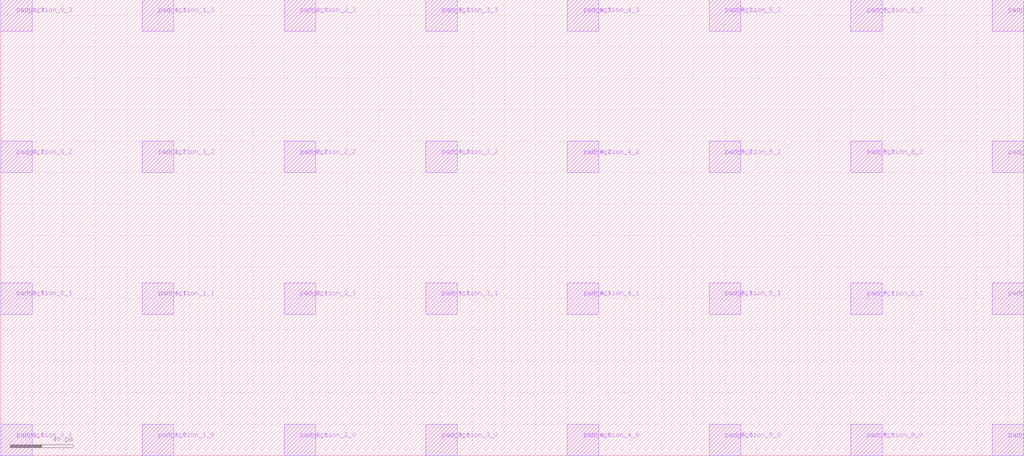
<source format=lef>
MACRO interconnect_8x4
  CLASS PAD ;
  SIZE 650 BY 290 ;
  ORIGIN 0 0 ;
  PIN connection_0_0
    DIRECTION INOUT ;
    USE SIGNAL ;
    PORT
      LAYER met9 ;
        RECT 0 0 20 20 ;
    END
  END connection_0_0
  PIN pad_0_0
    DIRECTION INOUT ;
    USE SIGNAL ;
    PORT
      LAYER met9 ;
        RECT 0 0 20 20 ;
    END
  END pad_0_0
  PIN connection_0_1
    DIRECTION INOUT ;
    USE SIGNAL ;
    PORT
      LAYER met9 ;
        RECT 0 90 20 110 ;
    END
  END connection_0_1
  PIN pad_0_1
    DIRECTION INOUT ;
    USE SIGNAL ;
    PORT
      LAYER met9 ;
        RECT 0 90 20 110 ;
    END
  END pad_0_1
  PIN connection_0_2
    DIRECTION INOUT ;
    USE SIGNAL ;
    PORT
      LAYER met9 ;
        RECT 0 180 20 200 ;
    END
  END connection_0_2
  PIN pad_0_2
    DIRECTION INOUT ;
    USE SIGNAL ;
    PORT
      LAYER met9 ;
        RECT 0 180 20 200 ;
    END
  END pad_0_2
  PIN connection_0_3
    DIRECTION INOUT ;
    USE SIGNAL ;
    PORT
      LAYER met9 ;
        RECT 0 270 20 290 ;
    END
  END connection_0_3
  PIN pad_0_3
    DIRECTION INOUT ;
    USE SIGNAL ;
    PORT
      LAYER met9 ;
        RECT 0 270 20 290 ;
    END
  END pad_0_3
  PIN connection_1_0
    DIRECTION INOUT ;
    USE SIGNAL ;
    PORT
      LAYER met9 ;
        RECT 90 0 110 20 ;
    END
  END connection_1_0
  PIN pad_1_0
    DIRECTION INOUT ;
    USE SIGNAL ;
    PORT
      LAYER met9 ;
        RECT 90 0 110 20 ;
    END
  END pad_1_0
  PIN connection_1_1
    DIRECTION INOUT ;
    USE SIGNAL ;
    PORT
      LAYER met9 ;
        RECT 90 90 110 110 ;
    END
  END connection_1_1
  PIN pad_1_1
    DIRECTION INOUT ;
    USE SIGNAL ;
    PORT
      LAYER met9 ;
        RECT 90 90 110 110 ;
    END
  END pad_1_1
  PIN connection_1_2
    DIRECTION INOUT ;
    USE SIGNAL ;
    PORT
      LAYER met9 ;
        RECT 90 180 110 200 ;
    END
  END connection_1_2
  PIN pad_1_2
    DIRECTION INOUT ;
    USE SIGNAL ;
    PORT
      LAYER met9 ;
        RECT 90 180 110 200 ;
    END
  END pad_1_2
  PIN connection_1_3
    DIRECTION INOUT ;
    USE SIGNAL ;
    PORT
      LAYER met9 ;
        RECT 90 270 110 290 ;
    END
  END connection_1_3
  PIN pad_1_3
    DIRECTION INOUT ;
    USE SIGNAL ;
    PORT
      LAYER met9 ;
        RECT 90 270 110 290 ;
    END
  END pad_1_3
  PIN connection_2_0
    DIRECTION INOUT ;
    USE SIGNAL ;
    PORT
      LAYER met9 ;
        RECT 180 0 200 20 ;
    END
  END connection_2_0
  PIN pad_2_0
    DIRECTION INOUT ;
    USE SIGNAL ;
    PORT
      LAYER met9 ;
        RECT 180 0 200 20 ;
    END
  END pad_2_0
  PIN connection_2_1
    DIRECTION INOUT ;
    USE SIGNAL ;
    PORT
      LAYER met9 ;
        RECT 180 90 200 110 ;
    END
  END connection_2_1
  PIN pad_2_1
    DIRECTION INOUT ;
    USE SIGNAL ;
    PORT
      LAYER met9 ;
        RECT 180 90 200 110 ;
    END
  END pad_2_1
  PIN connection_2_2
    DIRECTION INOUT ;
    USE SIGNAL ;
    PORT
      LAYER met9 ;
        RECT 180 180 200 200 ;
    END
  END connection_2_2
  PIN pad_2_2
    DIRECTION INOUT ;
    USE SIGNAL ;
    PORT
      LAYER met9 ;
        RECT 180 180 200 200 ;
    END
  END pad_2_2
  PIN connection_2_3
    DIRECTION INOUT ;
    USE SIGNAL ;
    PORT
      LAYER met9 ;
        RECT 180 270 200 290 ;
    END
  END connection_2_3
  PIN pad_2_3
    DIRECTION INOUT ;
    USE SIGNAL ;
    PORT
      LAYER met9 ;
        RECT 180 270 200 290 ;
    END
  END pad_2_3
  PIN connection_3_0
    DIRECTION INOUT ;
    USE SIGNAL ;
    PORT
      LAYER met9 ;
        RECT 270 0 290 20 ;
    END
  END connection_3_0
  PIN pad_3_0
    DIRECTION INOUT ;
    USE SIGNAL ;
    PORT
      LAYER met9 ;
        RECT 270 0 290 20 ;
    END
  END pad_3_0
  PIN connection_3_1
    DIRECTION INOUT ;
    USE SIGNAL ;
    PORT
      LAYER met9 ;
        RECT 270 90 290 110 ;
    END
  END connection_3_1
  PIN pad_3_1
    DIRECTION INOUT ;
    USE SIGNAL ;
    PORT
      LAYER met9 ;
        RECT 270 90 290 110 ;
    END
  END pad_3_1
  PIN connection_3_2
    DIRECTION INOUT ;
    USE SIGNAL ;
    PORT
      LAYER met9 ;
        RECT 270 180 290 200 ;
    END
  END connection_3_2
  PIN pad_3_2
    DIRECTION INOUT ;
    USE SIGNAL ;
    PORT
      LAYER met9 ;
        RECT 270 180 290 200 ;
    END
  END pad_3_2
  PIN connection_3_3
    DIRECTION INOUT ;
    USE SIGNAL ;
    PORT
      LAYER met9 ;
        RECT 270 270 290 290 ;
    END
  END connection_3_3
  PIN pad_3_3
    DIRECTION INOUT ;
    USE SIGNAL ;
    PORT
      LAYER met9 ;
        RECT 270 270 290 290 ;
    END
  END pad_3_3
  PIN connection_4_0
    DIRECTION INOUT ;
    USE SIGNAL ;
    PORT
      LAYER met9 ;
        RECT 360 0 380 20 ;
    END
  END connection_4_0
  PIN pad_4_0
    DIRECTION INOUT ;
    USE SIGNAL ;
    PORT
      LAYER met9 ;
        RECT 360 0 380 20 ;
    END
  END pad_4_0
  PIN connection_4_1
    DIRECTION INOUT ;
    USE SIGNAL ;
    PORT
      LAYER met9 ;
        RECT 360 90 380 110 ;
    END
  END connection_4_1
  PIN pad_4_1
    DIRECTION INOUT ;
    USE SIGNAL ;
    PORT
      LAYER met9 ;
        RECT 360 90 380 110 ;
    END
  END pad_4_1
  PIN connection_4_2
    DIRECTION INOUT ;
    USE SIGNAL ;
    PORT
      LAYER met9 ;
        RECT 360 180 380 200 ;
    END
  END connection_4_2
  PIN pad_4_2
    DIRECTION INOUT ;
    USE SIGNAL ;
    PORT
      LAYER met9 ;
        RECT 360 180 380 200 ;
    END
  END pad_4_2
  PIN connection_4_3
    DIRECTION INOUT ;
    USE SIGNAL ;
    PORT
      LAYER met9 ;
        RECT 360 270 380 290 ;
    END
  END connection_4_3
  PIN pad_4_3
    DIRECTION INOUT ;
    USE SIGNAL ;
    PORT
      LAYER met9 ;
        RECT 360 270 380 290 ;
    END
  END pad_4_3
  PIN connection_5_0
    DIRECTION INOUT ;
    USE SIGNAL ;
    PORT
      LAYER met9 ;
        RECT 450 0 470 20 ;
    END
  END connection_5_0
  PIN pad_5_0
    DIRECTION INOUT ;
    USE SIGNAL ;
    PORT
      LAYER met9 ;
        RECT 450 0 470 20 ;
    END
  END pad_5_0
  PIN connection_5_1
    DIRECTION INOUT ;
    USE SIGNAL ;
    PORT
      LAYER met9 ;
        RECT 450 90 470 110 ;
    END
  END connection_5_1
  PIN pad_5_1
    DIRECTION INOUT ;
    USE SIGNAL ;
    PORT
      LAYER met9 ;
        RECT 450 90 470 110 ;
    END
  END pad_5_1
  PIN connection_5_2
    DIRECTION INOUT ;
    USE SIGNAL ;
    PORT
      LAYER met9 ;
        RECT 450 180 470 200 ;
    END
  END connection_5_2
  PIN pad_5_2
    DIRECTION INOUT ;
    USE SIGNAL ;
    PORT
      LAYER met9 ;
        RECT 450 180 470 200 ;
    END
  END pad_5_2
  PIN connection_5_3
    DIRECTION INOUT ;
    USE SIGNAL ;
    PORT
      LAYER met9 ;
        RECT 450 270 470 290 ;
    END
  END connection_5_3
  PIN pad_5_3
    DIRECTION INOUT ;
    USE SIGNAL ;
    PORT
      LAYER met9 ;
        RECT 450 270 470 290 ;
    END
  END pad_5_3
  PIN connection_6_0
    DIRECTION INOUT ;
    USE SIGNAL ;
    PORT
      LAYER met9 ;
        RECT 540 0 560 20 ;
    END
  END connection_6_0
  PIN pad_6_0
    DIRECTION INOUT ;
    USE SIGNAL ;
    PORT
      LAYER met9 ;
        RECT 540 0 560 20 ;
    END
  END pad_6_0
  PIN connection_6_1
    DIRECTION INOUT ;
    USE SIGNAL ;
    PORT
      LAYER met9 ;
        RECT 540 90 560 110 ;
    END
  END connection_6_1
  PIN pad_6_1
    DIRECTION INOUT ;
    USE SIGNAL ;
    PORT
      LAYER met9 ;
        RECT 540 90 560 110 ;
    END
  END pad_6_1
  PIN connection_6_2
    DIRECTION INOUT ;
    USE SIGNAL ;
    PORT
      LAYER met9 ;
        RECT 540 180 560 200 ;
    END
  END connection_6_2
  PIN pad_6_2
    DIRECTION INOUT ;
    USE SIGNAL ;
    PORT
      LAYER met9 ;
        RECT 540 180 560 200 ;
    END
  END pad_6_2
  PIN connection_6_3
    DIRECTION INOUT ;
    USE SIGNAL ;
    PORT
      LAYER met9 ;
        RECT 540 270 560 290 ;
    END
  END connection_6_3
  PIN pad_6_3
    DIRECTION INOUT ;
    USE SIGNAL ;
    PORT
      LAYER met9 ;
        RECT 540 270 560 290 ;
    END
  END pad_6_3
  PIN connection_7_0
    DIRECTION INOUT ;
    USE SIGNAL ;
    PORT
      LAYER met9 ;
        RECT 630 0 650 20 ;
    END
  END connection_7_0
  PIN pad_7_0
    DIRECTION INOUT ;
    USE SIGNAL ;
    PORT
      LAYER met9 ;
        RECT 630 0 650 20 ;
    END
  END pad_7_0
  PIN connection_7_1
    DIRECTION INOUT ;
    USE SIGNAL ;
    PORT
      LAYER met9 ;
        RECT 630 90 650 110 ;
    END
  END connection_7_1
  PIN pad_7_1
    DIRECTION INOUT ;
    USE SIGNAL ;
    PORT
      LAYER met9 ;
        RECT 630 90 650 110 ;
    END
  END pad_7_1
  PIN connection_7_2
    DIRECTION INOUT ;
    USE SIGNAL ;
    PORT
      LAYER met9 ;
        RECT 630 180 650 200 ;
    END
  END connection_7_2
  PIN pad_7_2
    DIRECTION INOUT ;
    USE SIGNAL ;
    PORT
      LAYER met9 ;
        RECT 630 180 650 200 ;
    END
  END pad_7_2
  PIN connection_7_3
    DIRECTION INOUT ;
    USE SIGNAL ;
    PORT
      LAYER met9 ;
        RECT 630 270 650 290 ;
    END
  END connection_7_3
  PIN pad_7_3
    DIRECTION INOUT ;
    USE SIGNAL ;
    PORT
      LAYER met9 ;
        RECT 630 270 650 290 ;
    END
  END pad_7_3
END interconnect_8x4

</source>
